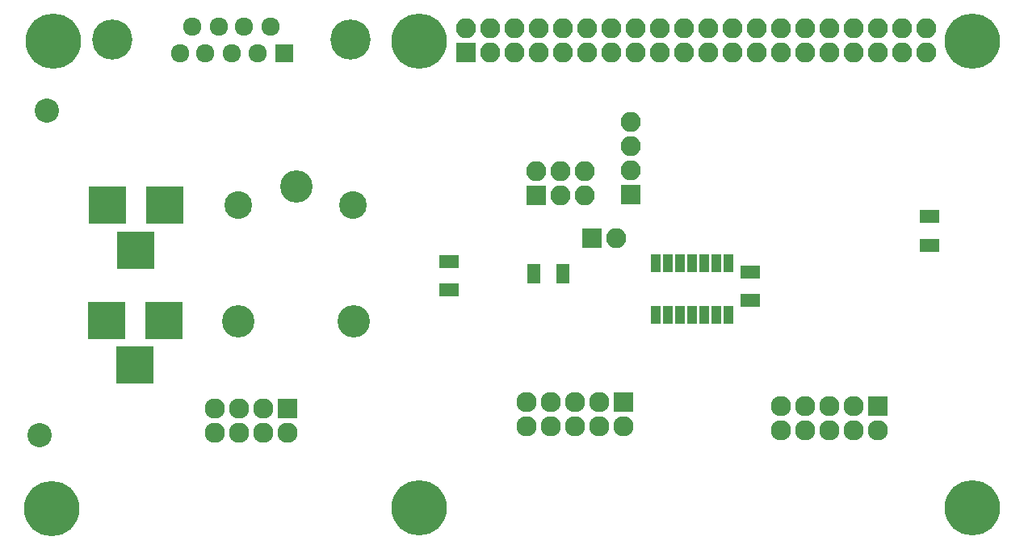
<source format=gbs>
%TF.GenerationSoftware,KiCad,Pcbnew,4.0.7*%
%TF.CreationDate,2018-07-23T15:38:26+02:00*%
%TF.ProjectId,rte_rpi,7274655F7270692E6B696361645F7063,rev?*%
%TF.FileFunction,Soldermask,Bot*%
%FSLAX46Y46*%
G04 Gerber Fmt 4.6, Leading zero omitted, Abs format (unit mm)*
G04 Created by KiCad (PCBNEW 4.0.7) date 07/23/18 15:38:26*
%MOMM*%
%LPD*%
G01*
G04 APERTURE LIST*
%ADD10C,0.100000*%
%ADD11C,2.900000*%
%ADD12C,3.400000*%
%ADD13R,1.000000X1.900000*%
%ADD14R,2.100000X2.100000*%
%ADD15O,2.100000X2.100000*%
%ADD16R,2.127200X2.127200*%
%ADD17O,2.127200X2.127200*%
%ADD18R,3.900000X3.900000*%
%ADD19R,2.000000X1.400000*%
%ADD20R,1.400000X2.000000*%
%ADD21C,5.800000*%
%ADD22C,4.210000*%
%ADD23R,1.924000X1.924000*%
%ADD24C,1.924000*%
%ADD25C,2.540000*%
G04 APERTURE END LIST*
D10*
D11*
X153970000Y-91993000D03*
D12*
X153970000Y-104193000D03*
X166020000Y-104243000D03*
D11*
X165970000Y-91993000D03*
D12*
X160020000Y-90043000D03*
D13*
X205333600Y-103525300D03*
X204063600Y-103525300D03*
X202793600Y-103525300D03*
X201523600Y-103525300D03*
X200253600Y-103525300D03*
X198983600Y-103525300D03*
X197713600Y-103525300D03*
X197713600Y-98125300D03*
X198983600Y-98125300D03*
X200253600Y-98125300D03*
X201523600Y-98125300D03*
X202793600Y-98125300D03*
X204063600Y-98125300D03*
X205333600Y-98125300D03*
D14*
X177825400Y-76022200D03*
D15*
X177825400Y-73482200D03*
X180365400Y-76022200D03*
X180365400Y-73482200D03*
X182905400Y-76022200D03*
X182905400Y-73482200D03*
X185445400Y-76022200D03*
X185445400Y-73482200D03*
X187985400Y-76022200D03*
X187985400Y-73482200D03*
X190525400Y-76022200D03*
X190525400Y-73482200D03*
X193065400Y-76022200D03*
X193065400Y-73482200D03*
X195605400Y-76022200D03*
X195605400Y-73482200D03*
X198145400Y-76022200D03*
X198145400Y-73482200D03*
X200685400Y-76022200D03*
X200685400Y-73482200D03*
X203225400Y-76022200D03*
X203225400Y-73482200D03*
X205765400Y-76022200D03*
X205765400Y-73482200D03*
X208305400Y-76022200D03*
X208305400Y-73482200D03*
X210845400Y-76022200D03*
X210845400Y-73482200D03*
X213385400Y-76022200D03*
X213385400Y-73482200D03*
X215925400Y-76022200D03*
X215925400Y-73482200D03*
X218465400Y-76022200D03*
X218465400Y-73482200D03*
X221005400Y-76022200D03*
X221005400Y-73482200D03*
X223545400Y-76022200D03*
X223545400Y-73482200D03*
X226085400Y-76022200D03*
X226085400Y-73482200D03*
D14*
X185191400Y-90970100D03*
D15*
X185191400Y-88430100D03*
X187731400Y-90970100D03*
X187731400Y-88430100D03*
X190271400Y-90970100D03*
X190271400Y-88430100D03*
D16*
X159105600Y-113385600D03*
D17*
X159105600Y-115925600D03*
X156565600Y-113385600D03*
X156565600Y-115925600D03*
X154025600Y-113385600D03*
X154025600Y-115925600D03*
X151485600Y-113385600D03*
X151485600Y-115925600D03*
D18*
X146151600Y-104114600D03*
X140151600Y-104114600D03*
X143151600Y-108814600D03*
D19*
X176060100Y-97941000D03*
X176060100Y-100941000D03*
D20*
X187961400Y-99199700D03*
X184961400Y-99199700D03*
D19*
X226415600Y-93254700D03*
X226415600Y-96254700D03*
X207619600Y-102033200D03*
X207619600Y-99033200D03*
D14*
X195122800Y-90906600D03*
D15*
X195122800Y-88366600D03*
X195122800Y-85826600D03*
X195122800Y-83286600D03*
D18*
X146202400Y-92049600D03*
X140202400Y-92049600D03*
X143202400Y-96749600D03*
D16*
X194360800Y-112674400D03*
D17*
X194360800Y-115214400D03*
X191820800Y-112674400D03*
X191820800Y-115214400D03*
X189280800Y-112674400D03*
X189280800Y-115214400D03*
X186740800Y-112674400D03*
X186740800Y-115214400D03*
X184200800Y-112674400D03*
X184200800Y-115214400D03*
D16*
X221030800Y-113131600D03*
D17*
X221030800Y-115671600D03*
X218490800Y-113131600D03*
X218490800Y-115671600D03*
X215950800Y-113131600D03*
X215950800Y-115671600D03*
X213410800Y-113131600D03*
X213410800Y-115671600D03*
X210870800Y-113131600D03*
X210870800Y-115671600D03*
D21*
X172923200Y-123799600D03*
X230911400Y-123799600D03*
X134429500Y-123825000D03*
X230911400Y-74803000D03*
X134594600Y-74803000D03*
X172923200Y-74803000D03*
D14*
X191058800Y-95504000D03*
D15*
X193598800Y-95504000D03*
D22*
X165735000Y-74676000D03*
X140716000Y-74676000D03*
D23*
X158750000Y-76073000D03*
D24*
X155956000Y-76073000D03*
X153289000Y-76073000D03*
X150495000Y-76073000D03*
X147828000Y-76073000D03*
X157353000Y-73279000D03*
X154559000Y-73279000D03*
X151892000Y-73279000D03*
X149098000Y-73279000D03*
D25*
X133083300Y-116192300D03*
X133921500Y-82105500D03*
M02*

</source>
